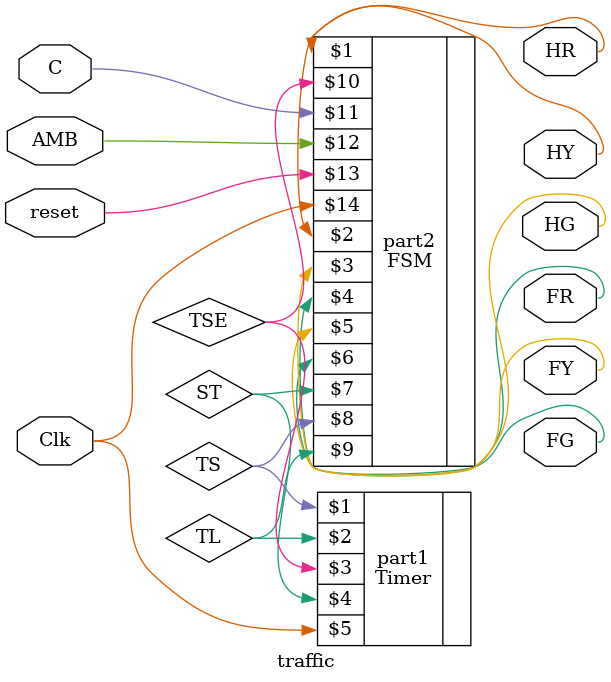
<source format=v>
`timescale 1ns / 1ps

module traffic(HR,HY,HG,FR,FY,FG,reset,C,AMB,Clk );
output HR,HY,HG,FR,FY,FG;
input reset,C,AMB,Clk;
wire TS,TL,TSE,ST; //Add TSE information
Timer part1(TS,TL,TSE,ST,Clk);
FSM part2(HR,HY,HG,FR,FY,FG,ST,TS,TL,TSE,C,AMB,reset,Clk);
endmodule
</source>
